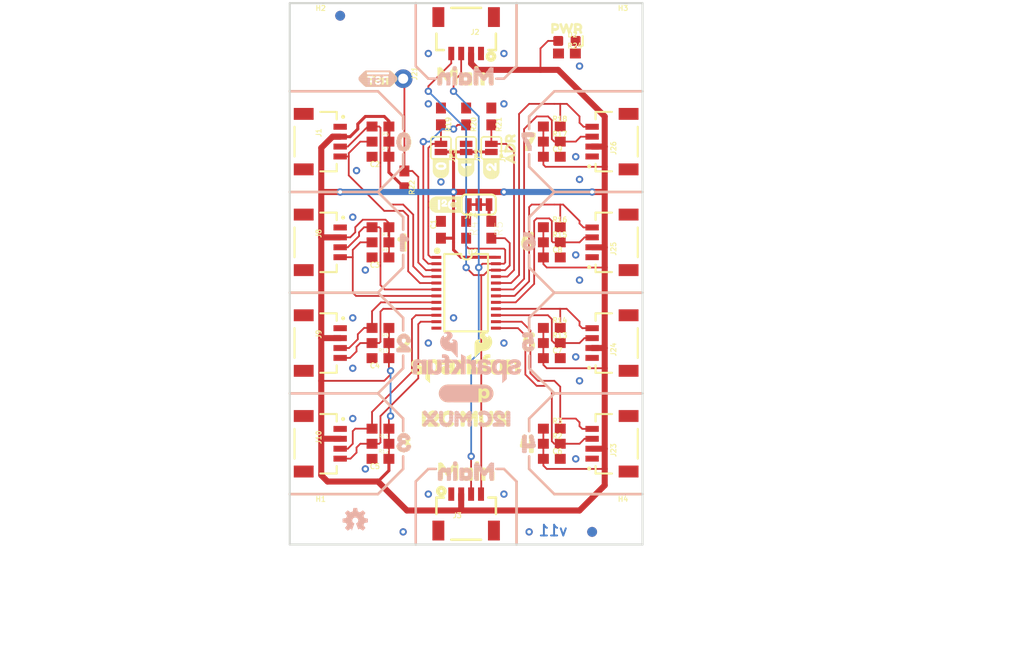
<source format=kicad_pcb>
(kicad_pcb (version 20211014) (generator pcbnew)
  (layers (0 "F.Cu" signal) (31 "B.Cu" signal) (34 "B.Paste" user) (35 "F.Paste" user) (36 "B.SilkS" user "B.Silkscreen") (37 "F.SilkS" user "F.Silkscreen") (38 "B.Mask" user) (39 "F.Mask" user) (44 "Edge.Cuts" user))
  (net 0 "")
  (net 1 "GND")
  (net 2 "3.3V")
  (net 3 "MAIN_SDA")
  (net 4 "MAIN_SCL")
  (net 5 "SDA0")
  (net 6 "SCL0")
  (net 7 "SDA1")
  (net 8 "SCL1")
  (net 9 "SDA3")
  (net 10 "SCL3")
  (net 11 "ADR1")
  (net 12 "ADR0")
  (net 13 "ADR2")
  (net 14 "SDA4")
  (net 15 "SCL4")
  (net 16 "SDA5")
  (net 17 "SCL5")
  (net 18 "SDA7")
  (net 19 "SCL6")
  (net 20 "~{RST}")
  (net 21 "SCL7")
  (net 22 "SDA6")
  (net 23 "SCL2")
  (net 24 "SDA2")
  (net 25 "N$1")
  (net 26 "N$2")
  (net 27 "N$3")
  (footprint "boardEagle:JST04_1MM_RA" (layer "F.Cu") (at 161.200318 101.828719 90)
    (fp_text reference "J25")
    (fp_text value "QWIIC_RIGHT_ANGLE")
  )
  (footprint "boardEagle:00" (layer "F.Cu") (at 139.6111 91.6686)
    (fp_text reference "U$6" hide)
    (fp_text value "" hide)
  )
  (footprint "boardEagle:SMT-JUMPER_2_NO_SILK" (layer "F.Cu") (at 145.961218 92.304382 -90)
    (fp_text reference "JP3")
    (fp_text value "JUMPER-SMT_2_NO_SILK")
  )
  (footprint "boardEagle:0603" (layer "F.Cu") (at 157.1371 123.6726)
    (fp_text reference "C6")
    (fp_text value "1.0uF")
  )
  (footprint "boardEagle:0603" (layer "F.Cu") (at 157.136981 90.143819)
    (fp_text reference "R18")
    (fp_text value "4.7k")
  )
  (footprint "boardEagle:0603" (layer "F.Cu") (at 139.865218 103.353382 180)
    (fp_text reference "C3")
    (fp_text value "1.0uF")
  )
  (footprint "boardEagle:CREATIVE_COMMONS" (layer "F.Cu") (at 121.8311 141.1986)
    (fp_text reference "FRAME1" hide)
    (fp_text value "FRAME-LETTER" hide)
  )
  (footprint "boardEagle:22" (layer "F.Cu") (at 139.6111 111.9886)
    (fp_text reference "U$8" hide)
    (fp_text value "" hide)
  )
  (footprint "boardEagle:44" (layer "F.Cu") (at 152.3111 122.1486)
    (fp_text reference "U$10" hide)
    (fp_text value "" hide)
  )
  (footprint "boardEagle:TSSOP28" (layer "F.Cu") (at 148.501218 106.909382)
    (fp_text reference "U2")
    (fp_text value "PCA9548A")
  )
  (footprint "boardEagle:JST04_1MM_RA" (layer "F.Cu") (at 161.200318 122.148719 90)
    (fp_text reference "J23")
    (fp_text value "QWIIC_RIGHT_ANGLE")
  )
  (footprint "boardEagle:FIDUCIAL-1X2" (layer "F.Cu") (at 135.8011 78.9686 180)
    (fp_text reference "FD1" hide)
    (fp_text value "FIDUCIAL1X2" hide)
  )
  (footprint "boardEagle:0603" (layer "F.Cu") (at 139.865218 123.673382 180)
    (fp_text reference "C5")
    (fp_text value "1.0uF")
  )
  (footprint "boardEagle:0603" (layer "F.Cu") (at 148.501218 89.129382 -90)
    (fp_text reference "R20")
    (fp_text value "10k")
  )
  (footprint "boardEagle:STAND-OFF" (layer "F.Cu") (at 163.7411 129.7686)
    (fp_text reference "H4")
    (fp_text value "STAND-OFF")
  )
  (footprint "boardEagle:JST04_1MM_RA" (layer "F.Cu") (at 135.801218 122.149382 -90)
    (fp_text reference "J10")
    (fp_text value "QWIIC_RIGHT_ANGLE")
  )
  (footprint "boardEagle:REVISION" (layer "F.Cu") (at 133.2611 143.7386)
    (fp_text reference "LOGO2" hide)
    (fp_text value "REVISION" hide)
  )
  (footprint "boardEagle:ADR3" (layer "F.Cu") (at 152.9461 94.8436 90)
    (fp_text reference "U$34" hide)
    (fp_text value "" hide)
  )
  (footprint "boardEagle:LED-0603" (layer "F.Cu") (at 158.6611 81.5086)
    (fp_text reference "D2")
    (fp_text value "RED")
  )
  (footprint "boardEagle:JST04_1MM_RA" (layer "F.Cu") (at 161.200318 111.988719 90)
    (fp_text reference "J24")
    (fp_text value "QWIIC_RIGHT_ANGLE")
  )
  (footprint "boardEagle:1X01_NO_SILK" (layer "F.Cu") (at 142.151218 85.319382 -90)
    (fp_text reference "J21")
    (fp_text value "")
  )
  (footprint "boardEagle:0603" (layer "F.Cu") (at 139.865218 110.465382 180)
    (fp_text reference "R9")
    (fp_text value "4.7k")
  )
  (footprint "boardEagle:MAIN0" (layer "F.Cu") (at 143.9291 85.0646)
    (fp_text reference "U$16" hide)
    (fp_text value "" hide)
  )
  (footprint "boardEagle:0603" (layer "F.Cu") (at 157.1371 93.1926)
    (fp_text reference "C9")
    (fp_text value "1.0uF")
  )
  (footprint "boardEagle:SMT-JUMPER_2_NO_SILK" (layer "F.Cu") (at 148.501218 92.304382 -90)
    (fp_text reference "JP2")
    (fp_text value "JUMPER-SMT_2_NO_SILK")
  )
  (footprint "boardEagle:0603" (layer "F.Cu") (at 139.865218 120.625382 180)
    (fp_text reference "R11")
    (fp_text value "4.7k")
  )
  (footprint "boardEagle:0603" (layer "F.Cu") (at 157.136981 120.623819)
    (fp_text reference "R3")
    (fp_text value "4.7k")
  )
  (footprint "boardEagle:1X04_1MM_RA" (layer "F.Cu") (at 148.5011 127.2286)
    (fp_text reference "J3")
    (fp_text value "SMD")
  )
  (footprint "boardEagle:0603" (layer "F.Cu") (at 139.865218 91.669382 180)
    (fp_text reference "R7")
    (fp_text value "4.7k")
  )
  (footprint "boardEagle:0603" (layer "F.Cu") (at 151.041218 100.559382 -90)
    (fp_text reference "R5")
    (fp_text value "4.7k")
  )
  (footprint "boardEagle:0603" (layer "F.Cu") (at 151.041218 89.129382 -90)
    (fp_text reference "R21")
    (fp_text value "10k")
  )
  (footprint "boardEagle:STAND-OFF" (layer "F.Cu") (at 133.2611 80.2386)
    (fp_text reference "H2")
    (fp_text value "STAND-OFF" hide)
  )
  (footprint "boardEagle:SFE_LOGO_NAME_FLAME_.1" (layer "F.Cu") (at 148.5011 114.5286)
    (fp_text reference "U$1" hide)
    (fp_text value "SFE_LOGO_NAME_FLAME.1_INCH" hide)
  )
  (footprint "boardEagle:61" (layer "F.Cu") (at 152.4381 101.7016)
    (fp_text reference "U$17" hide)
    (fp_text value "" hide)
  )
  (footprint "boardEagle:I2C_MUX8" (layer "F.Cu") (at 142.6591 119.6086)
    (fp_text reference "U$15" hide)
    (fp_text value "" hide)
  )
  (footprint "boardEagle:I#C6" (layer "F.Cu") (at 144.6911 98.0186)
    (fp_text reference "U$35" hide)
    (fp_text value "" hide)
  )
  (footprint "boardEagle:0603" (layer "F.Cu") (at 157.1371 113.5126)
    (fp_text reference "C7")
    (fp_text value "1.0uF")
  )
  (footprint "boardEagle:0603" (layer "F.Cu") (at 139.865218 122.149382 180)
    (fp_text reference "R12")
    (fp_text value "4.7k")
  )
  (footprint "boardEagle:77" (layer "F.Cu") (at 152.5651 91.6686)
    (fp_text reference "U$13" hide)
    (fp_text value "" hide)
  )
  (footprint "boardEagle:0603" (layer "F.Cu") (at 157.136981 91.667819)
    (fp_text reference "R17")
    (fp_text value "4.7k")
  )
  (footprint "boardEagle:0603" (layer "F.Cu") (at 139.865218 90.145382 180)
    (fp_text reference "R6")
    (fp_text value "4.7k")
  )
  (footprint "boardEagle:0603" (layer "F.Cu") (at 148.501218 100.559382 -90)
    (fp_text reference "R4")
    (fp_text value "4.7k")
  )
  (footprint "boardEagle:0603" (layer "F.Cu") (at 145.961218 89.129382 -90)
    (fp_text reference "R19")
    (fp_text value "10k")
  )
  (footprint "boardEagle:PWR_TO" (layer "F.Cu") (at 156.1211 80.2386)
    (fp_text reference "U$31" hide)
    (fp_text value "" hide)
  )
  (footprint "boardEagle:26" (layer "F.Cu") (at 151.0411 95.7326 90)
    (fp_text reference "U$33" hide)
    (fp_text value "" hide)
  )
  (footprint "boardEagle:0603" (layer "F.Cu") (at 139.865218 113.513382 180)
    (fp_text reference "C4")
    (fp_text value "1.0uF")
  )
  (footprint "boardEagle:0603" (layer "F.Cu") (at 139.865218 101.829382 180)
    (fp_text reference "R8")
    (fp_text value "4.7k")
  )
  (footprint "boardEagle:0603" (layer "F.Cu") (at 145.961218 100.559382 90)
    (fp_text reference "C1")
    (fp_text value "0.1uF")
  )
  (footprint "boardEagle:0603" (layer "F.Cu") (at 139.865218 93.193382 180)
    (fp_text reference "C2")
    (fp_text value "1.0uF")
  )
  (footprint "boardEagle:04" (layer "F.Cu") (at 145.9611 95.4786 90)
    (fp_text reference "U$5" hide)
    (fp_text value "" hide)
  )
  (footprint "boardEagle:JST04_1MM_RA" (layer "F.Cu") (at 161.200318 91.668719 90)
    (fp_text reference "J26")
    (fp_text value "QWIIC_RIGHT_ANGLE")
  )
  (footprint "boardEagle:1X04_1MM_RA" (layer "F.Cu") (at 148.5011 82.7786 180)
    (fp_text reference "J2")
    (fp_text value "SMD" hide)
  )
  (footprint "boardEagle:33" (layer "F.Cu") (at 139.8651 122.0216)
    (fp_text reference "U$9" hide)
    (fp_text value "" hide)
  )
  (footprint "boardEagle:0603" (layer "F.Cu") (at 157.136981 101.827819)
    (fp_text reference "R15")
    (fp_text value "4.7k")
  )
  (footprint "boardEagle:0603" (layer "F.Cu") (at 139.865218 111.989382 180)
    (fp_text reference "R10")
    (fp_text value "4.7k")
  )
  (footprint "boardEagle:0603" (layer "F.Cu") (at 157.136981 111.987819)
    (fp_text reference "R13")
    (fp_text value "4.7k")
  )
  (footprint "boardEagle:SMT-JUMPER_3_2-NC_TRACE_SILK" (layer "F.Cu") (at 149.7711 98.0186 180)
    (fp_text reference "JP4")
    (fp_text value "JUMPER-SMT_3_2-NC_TRACE_SILK")
  )
  (footprint "boardEagle:STAND-OFF" (layer "F.Cu") (at 133.2611 129.7686)
    (fp_text reference "H1")
    (fp_text value "STAND-OFF")
  )
  (footprint "boardEagle:MAIN0" (layer "F.Cu") (at 144.0053 124.9426)
    (fp_text reference "U$27" hide)
    (fp_text value "" hide)
  )
  (footprint "boardEagle:!RST_I" (layer "F.Cu") (at 137.4521 85.3186)
    (fp_text reference "U$14" hide)
    (fp_text value "" hide)
  )
  (footprint "boardEagle:JST04_1MM_RA" (layer "F.Cu") (at 135.801218 101.829382 -90)
    (fp_text reference "J8")
    (fp_text value "QWIIC_RIGHT_ANGLE")
  )
  (footprint "boardEagle:FIDUCIAL-1X2" (layer "F.Cu") (at 161.2011 131.0386 180)
    (fp_text reference "FD2" hide)
    (fp_text value "FIDUCIAL1X2" hide)
  )
  (footprint "boardEagle:0603" (layer "F.Cu") (at 157.136981 122.147819)
    (fp_text reference "R2")
    (fp_text value "4.7k")
  )
  (footprint "boardEagle:15" (layer "F.Cu") (at 148.5011 95.4786 90)
    (fp_text reference "U$32" hide)
    (fp_text value "" hide)
  )
  (footprint "boardEagle:STAND-OFF" (layer "F.Cu") (at 163.7411 80.2386)
    (fp_text reference "H3")
    (fp_text value "STAND-OFF" hide)
  )
  (footprint "boardEagle:55" (layer "F.Cu") (at 152.5651 111.8616)
    (fp_text reference "U$11" hide)
    (fp_text value "" hide)
  )
  (footprint "boardEagle:0603" (layer "F.Cu") (at 157.136981 110.463819)
    (fp_text reference "R14")
    (fp_text value "4.7k")
  )
  (footprint "boardEagle:11" (layer "F.Cu") (at 139.6111 101.8286)
    (fp_text reference "U$7" hide)
    (fp_text value "" hide)
  )
  (footprint "boardEagle:0603" (layer "F.Cu") (at 157.1371 103.3526)
    (fp_text reference "C8")
    (fp_text value "1.0uF")
  )
  (footprint "boardEagle:JST04_1MM_RA" (layer "F.Cu") (at 135.801218 91.669382 -90)
    (fp_text reference "J1")
    (fp_text value "QWIIC_RIGHT_ANGLE" hide)
  )
  (footprint "boardEagle:JST04_1MM_RA" (layer "F.Cu") (at 135.801218 111.989382 -90)
    (fp_text reference "J9")
    (fp_text value "QWIIC_RIGHT_ANGLE")
  )
  (footprint "boardEagle:0603" (layer "F.Cu") (at 139.865218 100.305382 180)
    (fp_text reference "R1")
    (fp_text value "4.7k")
  )
  (footprint "boardEagle:SMT-JUMPER_2_NO_SILK" (layer "F.Cu") (at 151.041218 92.304382 -90)
    (fp_text reference "JP1")
    (fp_text value "JUMPER-SMT_2_NO_SILK")
  )
  (footprint "boardEagle:QWIIC_5.5MM" (layer "F.Cu") (at 148.5011 117.0686)
    (fp_text reference "U$4" hide)
    (fp_text value "" hide)
  )
  (footprint "boardEagle:0603" (layer "F.Cu") (at 157.136981 100.303819)
    (fp_text reference "R16")
    (fp_text value "4.7k")
  )
  (footprint "boardEagle:0603" (layer "F.Cu") (at 142.278218 95.479382 -90)
    (fp_text reference "R22")
    (fp_text value "10k")
  )
  (footprint "boardEagle:0603" (layer "F.Cu") (at 158.6611 82.7786)
    (fp_text reference "R24")
    (fp_text value "1k")
  )
  (footprint "boardEagle:77" (layer "B.Cu") (at 157.0101 91.6686 180)
    (fp_text reference "U$24" hide)
    (fp_text value "" hide)
  )
  (footprint "boardEagle:33" (layer "B.Cu") (at 144.5641 122.0216 180)
    (fp_text reference "U$20" hide)
    (fp_text value "" hide)
  )
  (footprint "boardEagle:55" (layer "B.Cu") (at 157.0101 111.8616 180)
    (fp_text reference "U$22" hide)
    (fp_text value "" hide)
  )
  (footprint "boardEagle:QWIIC_5.5MM" (layer "B.Cu") (at 148.5011 117.0686 180)
    (fp_text reference "U$36" hide)
    (fp_text value "" hide)
  )
  (footprint "boardEagle:00" (layer "B.Cu") (at 144.8181 91.6686 180)
    (fp_text reference "U$12" hide)
    (fp_text value "" hide)
  )
  (footprint "boardEagle:61" (layer "B.Cu") (at 157.1371 101.7016 180)
    (fp_text reference "U$23" hide)
    (fp_text value "" hide)
  )
  (footprint "boardEagle:!RST_I" (layer "B.Cu") (at 141.7701 85.3186 180)
    (fp_text reference "U$26" hide)
    (fp_text value "" hide)
  )
  (footprint "boardEagle:MAIN0" (layer "B.Cu") (at 152.9969 124.9426 180)
    (fp_text reference "U$28" hide)
    (fp_text value "" hide)
  )
  (footprint "boardEagle:11" (layer "B.Cu") (at 144.6911 101.8286 180)
    (fp_text reference "U$18" hide)
    (fp_text value "" hide)
  )
  (footprint "boardEagle:44" (layer "B.Cu") (at 157.1371 122.1486 180)
    (fp_text reference "U$21" hide)
    (fp_text value "" hide)
  )
  (footprint "boardEagle:FIDUCIAL-1X2" (layer "B.Cu") (at 161.2011 131.0386 180)
    (fp_text reference "FD3" hide)
    (fp_text value "FIDUCIAL1X2" hide)
  )
  (footprint "boardEagle:SFE_LOGO_NAME_FLAME_.1" (layer "B.Cu") (at 148.5011 114.5286 180)
    (fp_text reference "U$2" hide)
    (fp_text value "SFE_LOGO_NAME_FLAME.1_INCH" hide)
  )
  (footprint "boardEagle:MAIN0" (layer "B.Cu") (at 152.9461 85.0646 180)
    (fp_text reference "U$25" hide)
    (fp_text value "" hide)
  )
  (footprint "boardEagle:22" (layer "B.Cu") (at 144.8181 111.9886 180)
    (fp_text reference "U$19" hide)
    (fp_text value "" hide)
  )
  (footprint "boardEagle:I2C_MUX8" (layer "B.Cu") (at 154.3431 119.6086 180)
    (fp_text reference "U$3" hide)
    (fp_text value "" hide)
  )
  (footprint "boardEagle:OSHW-LOGO-MINI" (layer "B.Cu") (at 137.3211 129.8786 180)
    (fp_text reference "LOGO1" hide)
    (fp_text value "OSHW-LOGOMINI" hide)
  )
  (footprint "boardEagle:FIDUCIAL-1X2" (layer "B.Cu") (at 135.8011 78.9686 180)
    (fp_text reference "FD4" hide)
    (fp_text value "FIDUCIAL1X2" hide)
  )
  (gr_line (start 154.8511 103.0986) (end 154.8511 104.3686) (layer "B.SilkS") (width 0.254))
  (gr_line (start 139.6111 106.9086) (end 130.7211 106.9086) (layer "B.SilkS") (width 0.254))
  (gr_line (start 153.5811 84.0486) (end 153.5811 77.6986) (layer "B.SilkS") (width 0.254))
  (gr_line (start 157.3911 127.2286) (end 166.2811 127.2286) (layer "B.SilkS") (width 0.254))
  (gr_line (start 154.8511 119.6086) (end 157.3911 117.0686) (layer "B.SilkS") (width 0.254))
  (gr_line (start 154.8511 99.2886) (end 154.8511 100.5586) (layer "B.SilkS") (width 0.254))
  (gr_line (start 154.8511 124.6886) (end 157.3911 127.2286) (layer "B.SilkS") (width 0.254))
  (gr_line (start 139.6111 106.9086) (end 142.1511 104.3686) (layer "B.SilkS") (width 0.254))
  (gr_line (start 157.3911 117.0686) (end 166.2811 117.0686) (layer "B.SilkS") (width 0.254))
  (gr_line (start 139.6111 86.5886) (end 130.7211 86.5886) (layer "B.SilkS") (width 0.254))
  (gr_line (start 152.3111 85.3186) (end 153.5811 84.0486) (layer "B.SilkS") (width 0.254))
  (gr_line (start 142.1511 100.5586) (end 142.1511 99.2886) (layer "B.SilkS") (width 0.254))
  (gr_line (start 142.1511 94.2086) (end 142.1511 92.9386) (layer "B.SilkS") (width 0.254))
  (gr_line (start 154.8511 124.6886) (end 154.8511 123.4186) (layer "B.SilkS") (width 0.254))
  (gr_line (start 142.1511 89.1286) (end 139.6111 86.5886) (layer "B.SilkS") (width 0.254))
  (gr_line (start 142.1511 104.3686) (end 142.1511 103.0986) (layer "B.SilkS") (width 0.254))
  (gr_line (start 139.6111 117.0686) (end 142.1511 119.6086) (layer "B.SilkS") (width 0.254))
  (gr_line (start 142.1511 119.6086) (end 142.1511 120.8786) (layer "B.SilkS") (width 0.254))
  (gr_line (start 142.1511 110.7186) (end 142.1511 109.4486) (layer "B.SilkS") (width 0.254))
  (gr_line (start 153.5811 125.9586) (end 153.5811 132.3086) (layer "B.SilkS") (width 0.254))
  (gr_line (start 144.6911 124.6886) (end 143.4211 125.9586) (layer "B.SilkS") (width 0.254))
  (gr_line (start 143.4211 84.0486) (end 143.4211 77.6986) (layer "B.SilkS") (width 0.254))
  (gr_line (start 130.7211 117.0686) (end 139.6111 117.0686) (layer "B.SilkS") (width 0.254))
  (gr_line (start 154.8511 114.5286) (end 157.3911 117.0686) (layer "B.SilkS") (width 0.254))
  (gr_line (start 143.4211 125.9586) (end 143.4211 132.3086) (layer "B.SilkS") (width 0.254))
  (gr_line (start 142.1511 114.5286) (end 142.1511 113.2586) (layer "B.SilkS") (width 0.254))
  (gr_line (start 139.6111 117.0686) (end 142.1511 114.5286) (layer "B.SilkS") (width 0.254))
  (gr_line (start 142.1511 124.6886) (end 139.6111 127.2286) (layer "B.SilkS") (width 0.254))
  (gr_line (start 139.6111 96.7486) (end 130.7211 96.7486) (layer "B.SilkS") (width 0.254))
  (gr_line (start 152.3111 124.6886) (end 153.5811 125.9586) (layer "B.SilkS") (width 0.254))
  (gr_line (start 157.3911 106.9086) (end 166.2811 106.9086) (layer "B.SilkS") (width 0.254))
  (gr_line (start 144.6911 124.6886) (end 145.4531 124.6886) (layer "B.SilkS") (width 0.254))
  (gr_line (start 151.5491 124.6886) (end 152.3111 124.6886) (layer "B.SilkS") (width 0.254))
  (gr_line (start 154.8511 89.1286) (end 157.3911 86.5886) (layer "B.SilkS") (width 0.254))
  (gr_line (start 154.8511 94.2086) (end 157.3911 96.7486) (layer "B.SilkS") (width 0.254))
  (gr_line (start 145.4531 85.3186) (end 144.6911 85.3186) (layer "B.SilkS") (width 0.254))
  (gr_line (start 154.8511 90.3986) (end 154.8511 89.1286) (layer "B.SilkS") (width 0.254))
  (gr_line (start 154.8511 104.3686) (end 157.3911 106.9086) (layer "B.SilkS") (width 0.254))
  (gr_line (start 142.1511 90.3986) (end 142.1511 89.1286) (layer "B.SilkS") (width 0.254))
  (gr_line (start 157.3911 96.7486) (end 166.2811 96.7486) (layer "B.SilkS") (width 0.254))
  (gr_line (start 154.8511 109.4486) (end 157.3911 106.9086) (layer "B.SilkS") (width 0.254))
  (gr_line (start 154.8511 119.6086) (end 154.8511 120.8786) (layer "B.SilkS") (width 0.254))
  (gr_line (start 157.3911 96.7486) (end 154.8511 99.2886) (layer "B.SilkS") (width 0.254))
  (gr_line (start 154.8511 109.4486) (end 154.8511 110.7186) (layer "B.SilkS") (width 0.254))
  (gr_line (start 144.6911 85.3186) (end 143.4211 84.0486) (layer "B.SilkS") (width 0.254))
  (gr_line (start 152.3111 85.3186) (end 151.5491 85.3186) (layer "B.SilkS") (width 0.254))
  (gr_line (start 142.1511 109.4486) (end 139.6111 106.9086) (layer "B.SilkS") (width 0.254))
  (gr_line (start 142.1511 123.4186) (end 142.1511 124.6886) (layer "B.SilkS") (width 0.254))
  (gr_line (start 157.3911 86.5886) (end 166.2811 86.5886) (layer "B.SilkS") (width 0.254))
  (gr_line (start 142.1511 99.2886) (end 139.6111 96.7486) (layer "B.SilkS") (width 0.254))
  (gr_line (start 154.8511 92.9386) (end 154.8511 94.2086) (layer "B.SilkS") (width 0.254))
  (gr_line (start 139.6111 96.7486) (end 142.1511 94.2086) (layer "B.SilkS") (width 0.254))
  (gr_line (start 154.8511 113.2586) (end 154.8511 114.5286) (layer "B.SilkS") (width 0.254))
  (gr_line (start 139.6111 127.2286) (end 130.7211 127.2286) (layer "B.SilkS") (width 0.254))
  (gr_line (start 154.8511 104.3686) (end 157.3911 106.9086) (layer "F.SilkS") (width 0.254))
  (gr_line (start 154.8511 90.3986) (end 154.8511 89.1286) (layer "F.SilkS") (width 0.254))
  (gr_line (start 154.8511 124.6886) (end 157.3911 127.2286) (layer "F.SilkS") (width 0.254))
  (gr_line (start 154.8511 123.4186) (end 154.8511 124.6886) (layer "F.SilkS") (width 0.254))
  (gr_line (start 154.8511 114.5286) (end 157.3911 117.0686) (layer "F.SilkS") (width 0.254))
  (gr_line (start 142.1511 100.5586) (end 142.1511 99.2886) (layer "F.SilkS") (width 0.254))
  (gr_line (start 153.5811 84.0486) (end 153.5811 77.6986) (layer "F.SilkS") (width 0.254))
  (gr_line (start 142.1511 92.9386) (end 142.1511 94.2086) (layer "F.SilkS") (width 0.254))
  (gr_line (start 142.1511 120.8786) (end 142.1511 119.6086) (layer "F.SilkS") (width 0.254))
  (gr_line (start 154.8511 92.9386) (end 154.8511 94.2086) (layer "F.SilkS") (width 0.254))
  (gr_line (start 139.6111 106.9086) (end 130.7211 106.9086) (layer "F.SilkS") (width 0.254))
  (gr_line (start 142.1511 114.5286) (end 142.1511 113.2586) (layer "F.SilkS") (width 0.254))
  (gr_line (start 142.1511 89.1286) (end 139.6111 86.5886) (layer "F.SilkS") (width 0.254))
  (gr_line (start 142.1511 103.0986) (end 142.1511 104.3686) (layer "F.SilkS") (width 0.254))
  (gr_line (start 144.6911 85.3186) (end 143.4211 84.0486) (layer "F.SilkS") (width 0.254))
  (gr_line (start 157.3911 127.2286) (end 166.2811 127.2286) (layer "F.SilkS") (width 0.254))
  (gr_line (start 139.6111 117.0686) (end 142.1511 114.5286) (layer "F.SilkS") (width 0.254))
  (gr_line (start 154.8511 120.8786) (end 154.8511 119.6086) (layer "F.SilkS") (width 0.254))
  (gr_line (start 142.1511 99.2886) (end 139.6111 96.7486) (layer "F.SilkS") (width 0.254))
  (gr_line (start 143.4211 84.0486) (end 143.4211 77.6986) (layer "F.SilkS") (width 0.254))
  (gr_line (start 144.6911 85.3186) (end 145.4531 85.3186) (layer "F.SilkS") (width 0.254))
  (gr_line (start 142.1511 90.3986) (end 142.1511 89.1286) (layer "F.SilkS") (width 0.254))
  (gr_line (start 154.8511 94.2086) (end 157.3911 96.7486) (layer "F.SilkS") (width 0.254))
  (gr_line (start 139.6111 127.2286) (end 130.7211 127.2286) (layer "F.SilkS") (width 0.254))
  (gr_line (start 154.8511 103.0986) (end 154.8511 104.3686) (layer "F.SilkS") (width 0.254))
  (gr_line (start 142.1511 119.6086) (end 139.6111 117.0686) (layer "F.SilkS") (width 0.254))
  (gr_line (start 139.6111 117.0686) (end 130.7211 117.0686) (layer "F.SilkS") (width 0.254))
  (gr_line (start 142.1511 104.3686) (end 139.6111 106.9086) (layer "F.SilkS") (width 0.254))
  (gr_line (start 157.3911 96.7486) (end 166.2811 96.7486) (layer "F.SilkS") (width 0.254))
  (gr_line (start 154.8511 119.6086) (end 157.3911 117.0686) (layer "F.SilkS") (width 0.254))
  (gr_line (start 154.8511 110.7186) (end 154.8511 109.4486) (layer "F.SilkS") (width 0.254))
  (gr_line (start 152.3111 124.6886) (end 151.5491 124.6886) (layer "F.SilkS") (width 0.254))
  (gr_line (start 143.4211 125.9586) (end 143.4211 132.3086) (layer "F.SilkS") (width 0.254))
  (gr_line (start 145.4531 124.6886) (end 144.6911 124.6886) (layer "F.SilkS") (width 0.254))
  (gr_line (start 154.8511 99.2886) (end 157.3911 96.7486) (layer "F.SilkS") (width 0.254))
  (gr_line (start 139.6111 86.5886) (end 130.7211 86.5886) (layer "F.SilkS") (width 0.254))
  (gr_line (start 144.6911 124.6886) (end 143.4211 125.9586) (layer "F.SilkS") (width 0.254))
  (gr_line (start 157.3911 86.5886) (end 166.2811 86.5886) (layer "F.SilkS") (width 0.254))
  (gr_line (start 154.8511 109.4486) (end 157.3911 106.9086) (layer "F.SilkS") (width 0.254))
  (gr_line (start 157.3911 117.0686) (end 166.2811 117.0686) (layer "F.SilkS") (width 0.254))
  (gr_line (start 142.1511 123.4186) (end 142.1511 124.6886) (layer "F.SilkS") (width 0.254))
  (gr_line (start 154.8511 113.2586) (end 154.8511 114.5286) (layer "F.SilkS") (width 0.254))
  (gr_line (start 142.1511 110.7186) (end 142.1511 109.4486) (layer "F.SilkS") (width 0.254))
  (gr_line (start 142.1511 109.4486) (end 139.6111 106.9086) (layer "F.SilkS") (width 0.254))
  (gr_line (start 157.3911 106.9086) (end 166.2811 106.9086) (layer "F.SilkS") (width 0.254))
  (gr_line (start 154.8511 89.1286) (end 157.3911 86.5886) (layer "F.SilkS") (width 0.254))
  (gr_line (start 142.1511 124.6886) (end 139.6111 127.2286) (layer "F.SilkS") (width 0.254))
  (gr_line (start 151.5491 85.3186) (end 152.3111 85.3186) (layer "F.SilkS") (width 0.254))
  (gr_line (start 139.6111 96.7486) (end 130.7211 96.7486) (layer "F.SilkS") (width 0.254))
  (gr_line (start 142.1511 94.2086) (end 139.6111 96.7486) (layer "F.SilkS") (width 0.254))
  (gr_line (start 152.3111 124.6886) (end 153.5811 125.9586) (layer "F.SilkS") (width 0.254))
  (gr_line (start 153.5811 125.9586) (end 153.5811 132.3086) (layer "F.SilkS") (width 0.254))
  (gr_line (start 152.3111 85.3186) (end 153.5811 84.0486) (layer "F.SilkS") (width 0.254))
  (gr_line (start 154.8511 100.5586) (end 154.8511 99.2886) (layer "F.SilkS") (width 0.254))
  (gr_line (start 166.2811 77.6986) (end 130.7211 77.6986) (layer "Edge.Cuts") (width 0.2032))
  (gr_line (start 166.2811 132.3086) (end 166.2811 77.6986) (layer "Edge.Cuts") (width 0.2032))
  (gr_line (start 166.2811 132.3086) (end 130.7211 132.3086) (layer "Edge.Cuts") (width 0.2032))
  (gr_line (start 130.7211 77.6986) (end 130.7211 132.3086) (layer "Edge.Cuts") (width 0.2032))
  (gr_text "v11" (at 157.2641 130.9116) (layer "B.Cu") (effects (font (size 1.0795 1.0795) (thickness 0.1905)) (justify mirror)))
  (via (at 144.6911 127.2286) (size 0.7366) (drill 0.381) (layers "F.Cu" "B.Cu") (net 1))
  (via (at 152.3111 127.2286) (size 0.7366) (drill 0.381) (layers "F.Cu" "B.Cu") (net 1))
  (via (at 145.9611 95.7326) (size 0.7366) (drill 0.381) (layers "F.Cu" "B.Cu") (net 1))
  (via (at 142.1511 131.0386) (size 0.7366) (drill 0.381) (layers "F.Cu" "B.Cu") (net 1))
  (via (at 152.3111 111.9886) (size 0.7366) (drill 0.381) (layers "F.Cu" "B.Cu") (net 1))
  (via (at 137.071218 99.289382) (size 0.7366) (drill 0.381) (layers "F.Cu" "B.Cu") (net 1))
  (via (at 137.071218 119.609382) (size 0.7366) (drill 0.381) (layers "F.Cu" "B.Cu") (net 1))
  (via (at 138.341218 124.689382) (size 0.7366) (drill 0.381) (layers "F.Cu" "B.Cu") (net 1))
  (via (at 159.550218 113.386382) (size 0.7366) (drill 0.381) (layers "F.Cu" "B.Cu") (net 1))
  (via (at 137.071218 114.529382) (size 0.7366) (drill 0.381) (layers "F.Cu" "B.Cu") (net 1))
  (via (at 137.071218 109.449382) (size 0.7366) (drill 0.381) (layers "F.Cu" "B.Cu") (net 1))
  (via (at 159.5501 103.0986) (size 0.7366) (drill 0.381) (layers "F.Cu" "B.Cu") (net 1))
  (via (at 144.6911 82.7786) (size 0.7366) (drill 0.381) (layers "F.Cu" "B.Cu") (net 1))
  (via (at 159.9311 115.7986) (size 0.7366) (drill 0.381) (layers "F.Cu" "B.Cu") (net 1))
  (via (at 159.550218 123.673382) (size 0.7366) (drill 0.381) (layers "F.Cu" "B.Cu") (net 1))
  (via (at 152.3111 87.8586) (size 0.7366) (drill 0.381) (layers "F.Cu" "B.Cu") (net 1))
  (via (at 152.3111 82.7786) (size 0.7366) (drill 0.381) (layers "F.Cu" "B.Cu") (net 1))
  (via (at 138.341218 104.623382) (size 0.7366) (drill 0.381) (layers "F.Cu" "B.Cu") (net 1))
  (via (at 144.6911 111.9886) (size 0.7366) (drill 0.381) (layers "F.Cu" "B.Cu") (net 1))
  (via (at 159.9311 95.4786) (size 0.7366) (drill 0.381) (layers "F.Cu" "B.Cu") (net 1))
  (via (at 137.452218 94.590382) (size 0.7366) (drill 0.381) (layers "F.Cu" "B.Cu") (net 1))
  (via (at 159.9311 84.0486) (size 0.7366) (drill 0.381) (layers "F.Cu" "B.Cu") (net 1))
  (via (at 144.6911 87.8586) (size 0.7366) (drill 0.381) (layers "F.Cu" "B.Cu") (net 1))
  (via (at 147.2311 109.4486) (size 0.7366) (drill 0.381) (layers "F.Cu" "B.Cu") (net 1))
  (via (at 159.9311 105.6386) (size 0.7366) (drill 0.381) (layers "F.Cu" "B.Cu") (net 1))
  (via (at 159.5501 93.1926) (size 0.7366) (drill 0.381) (layers "F.Cu" "B.Cu") (net 1))
  (via (at 154.8511 131.0386) (size 0.7366) (drill 0.381) (layers "F.Cu" "B.Cu") (net 1))
  (segment (start 155.9941 82.2706) (end 155.9941 84.4296) (width 0.1778) (layer "F.Cu") (net 2))
  (segment (start 147.974881 103.334382) (end 147.2311 102.5906) (width 0.3048) (layer "F.Cu") (net 2))
  (segment (start 156.286981 93.993482) (end 156.286981 93.1926) (width 0.1778) (layer "F.Cu") (net 2))
  (segment (start 139.6111 125.9586) (end 134.5311 125.9586) (width 0.6096) (layer "F.Cu") (net 2))
  (segment (start 140.8811 114.7826) (end 140.8811 115.1636) (width 0.1778) (layer "F.Cu") (net 2))
  (segment (start 133.8961 111.489382) (end 133.8961 115.7986) (width 0.6096) (layer "F.Cu") (net 2))
  (segment (start 156.2871 114.1866) (end 156.6291 114.5286) (width 0.1778) (layer "F.Cu") (net 2))
  (segment (start 162.4711 124.6886) (end 162.4711 122.648719) (width 0.6096) (layer "F.Cu") (net 2))
  (segment (start 145.961218 101.409382) (end 147.192881 101.409382) (width 0.3048) (layer "F.Cu") (net 2))
  (segment (start 140.715218 123.673382) (end 140.715218 124.854482) (width 0.3048) (layer "F.Cu") (net 2))
  (segment (start 147.231218 92.710782) (end 148.501218 92.710782) (width 0.3048) (layer "F.Cu") (net 2))
  (segment (start 156.286981 110.463819) (end 156.286981 111.987819) (width 0.1778) (layer "F.Cu") (net 2))
  (segment (start 140.3731 99.5426) (end 138.0871 99.5426) (width 0.1778) (layer "F.Cu") (net 2))
  (segment (start 162.4711 96.7486) (end 162.4711 94.2086) (width 0.6096) (layer "F.Cu") (net 2))
  (segment (start 140.715218 110.465382) (end 140.715218 111.989382) (width 0.1778) (layer "F.Cu") (net 2))
  (segment (start 136.8171 101.3206) (end 135.81 101.3206) (width 0.1778) (layer "F.Cu") (net 2))
  (segment (start 140.715218 93.193382) (end 140.715218 91.669382) (width 0.3048) (layer "F.Cu") (net 2))
  (segment (start 138.3411 89.1286) (end 137.5791 89.8906) (width 0.3048) (layer "F.Cu") (net 2))
  (segment (start 140.715218 93.193382) (end 140.715218 94.766382) (width 0.3048) (layer "F.Cu") (net 2))
  (segment (start 140.715218 124.854482) (end 139.6111 125.9586) (width 0.3048) (layer "F.Cu") (net 2))
  (segment (start 140.715218 111.989382) (end 140.715218 113.513382) (width 0.1778) (layer "F.Cu") (net 2))
  (segment (start 149.7711 98.0186) (end 149.7711 96.7486) (width 0.1778) (layer "F.Cu") (net 2))
  (segment (start 135.792437 121.6406) (end 135.801218 121.649382) (width 0.1778) (layer "F.Cu") (net 2))
  (segment (start 159.9311 128.8796) (end 147.9931 128.8796) (width 0.6096) (layer "F.Cu") (net 2))
  (segment (start 156.5021 94.2086) (end 162.4711 94.2086) (width 0.1778) (layer "F.Cu") (net 2))
  (segment (start 133.8961 121.6406) (end 135.792437 121.6406) (width 0.6096) (layer "F.Cu") (net 2))
  (segment (start 148.0011 127.2286) (end 148.0011 128.8716) (width 0.6096) (layer "F.Cu") (net 2))
  (segment (start 135.8011 96.7486) (end 133.8961 96.7486) (width 0.6096) (layer "F.Cu") (net 2))
  (segment (start 161.200318 122.648719) (end 162.4711 122.648719) (width 0.6096) (layer "F.Cu") (net 2))
  (segment (start 140.2461 89.1286) (end 138.3411 89.1286) (width 0.3048) (layer "F.Cu") (net 2))
  (segment (start 162.4711 126.3396) (end 159.9311 128.8796) (width 0.6096) (layer "F.Cu") (net 2))
  (segment (start 140.715218 120.625382) (end 140.715218 119.520482) (width 0.1778) (layer "F.Cu") (net 2))
  (segment (start 156.6291 104.3686) (end 162.4711 104.3686) (width 0.1778) (layer "F.Cu") (net 2))
  (segment (start 162.4711 122.648719) (end 162.4711 114.5286) (width 0.6096) (layer "F.Cu") (net 2))
  (segment (start 136.808318 91.169382) (end 135.801218 91.169382) (width 0.3048) (layer "F.Cu") (net 2))
  (segment (start 137.5791 89.8906) (end 137.5791 90.3986) (width 0.3048) (layer "F.Cu") (net 2))
  (segment (start 162.4711 104.3686) (end 162.4711 102.3366) (width 0.6096) (layer "F.Cu") (net 2))
  (segment (start 140.715218 119.520482) (end 140.8811 119.3546) (width 0.1778) (layer "F.Cu") (net 2))
  (segment (start 135.801218 111.489382) (end 133.8961 111.489382) (width 0.6096) (layer "F.Cu") (net 2))
  (segment (start 156.2871 124.3466) (end 156.6291 124.6886) (width 0.1778) (layer "F.Cu") (net 2))
  (segment (start 151.501218 103.334382) (end 147.974881 103.334382) (width 0.3048) (layer "F.Cu") (net 2))
  (segment (start 156.6291 114.5286) (end 162.4711 114.5286) (width 0.1778) (layer "F.Cu") (net 2))
  (segment (start 162.4711 102.3366) (end 162.4711 96.7486) (width 0.6096) (layer "F.Cu") (net 2))
  (segment (start 135.801218 101.329382) (end 133.8961 101.329382) (width 0.6096) (layer "F.Cu") (net 2))
  (segment (start 161.200318 92.168719) (end 162.463218 92.168719) (width 0.6096) (layer "F.Cu") (net 2))
  (segment (start 162.4711 92.1766) (end 162.4711 94.2086) (width 0.6096) (layer "F.Cu") (net 2))
  (segment (start 156.286981 100.303819) (end 156.286981 101.827819) (width 0.1778) (layer "F.Cu") (net 2))
  (segment (start 140.715218 99.884719) (end 140.3731 99.5426) (width 0.1778) (layer "F.Cu") (net 2))
  (segment (start 133.8961 115.7986) (end 133.8961 121.6406) (width 0.6096) (layer "F.Cu") (net 2))
  (segment (start 133.8961 101.329382) (end 133.8961 111.489382) (width 0.6096) (layer "F.Cu") (net 2))
  (segment (start 149.0011 82.7786) (end 149.0011 83.7866) (width 0.6096) (layer "F.Cu") (net 2))
  (segment (start 140.2461 115.7986) (end 133.8961 115.7986) (width 0.1778) (layer "F.Cu") (net 2))
  (segment (start 140.8811 115.1636) (end 140.2461 115.7986) (width 0.1778) (layer "F.Cu") (net 2))
  (segment (start 142.5321 128.8796) (end 139.6111 125.9586) (width 0.6096) (layer "F.Cu") (net 2))
  (segment (start 145.961218 92.710782) (end 147.231218 92.710782) (width 0.3048) (layer "F.Cu") (net 2))
  (segment (start 137.3251 100.8126) (end 137.3251 100.3046) (width 0.1778) (layer "F.Cu") (net 2))
  (segment (start 156.286981 123.418482) (end 156.2871 123.418482) (width 0.1778) (layer "F.Cu") (net 2))
  (segment (start 156.286981 104.026482) (end 156.286981 103.3526) (width 0.1778) (layer "F.Cu") (net 2))
  (segment (start 156.2871 111.987819) (end 156.2871 113.5126) (width 0.1778) (layer "F.Cu") (net 2))
  (segment (start 148.0011 128.8716) (end 147.9931 128.8796) (width 0.3048) (layer "F.Cu") (net 2))
  (segment (start 133.8961 121.6406) (end 133.8961 125.3236) (width 0.6096) (layer "F.Cu") (net 2))
  (segment (start 136.8171 101.3206) (end 137.3251 100.8126) (width 0.1778) (layer "F.Cu") (net 2))
  (segment (start 162.4711 102.3366) (end 161.2082 102.3366) (width 0.6096) (layer "F.Cu") (net 2))
  (segment (start 149.7711 96.7486) (end 152.3111 96.7486) (width 0.6096) (layer "F.Cu") (net 2))
  (segment (start 147.2311 101.8286) (end 147.2311 101.4476) (width 0.3048) (layer "F.Cu") (net 2))
  (segment (start 140.715218 89.597719) (end 140.2461 89.1286) (width 0.3048) (layer "F.Cu") (net 2))
  (segment (start 156.7561 81.5086) (end 155.9941 82.2706) (width 0.1778) (layer "F.Cu") (net 2))
  (segment (start 140.8811 114.7826) (end 140.715218 114.616719) (width 0.1778) (layer "F.Cu") (net 2))
  (segment (start 140.715218 94.766382) (end 142.278218 96.329382) (width 0.3048) (layer "F.Cu") (net 2))
  (segment (start 149.6441 84.4296) (end 155.9941 84.4296) (width 0.6096) (layer "F.Cu") (net 2))
  (segment (start 156.286981 103.3526) (end 156.2871 103.3526) (width 0.1778) (layer "F.Cu") (net 2))
  (segment (start 135.81 101.3206) (end 135.801218 101.329382) (width 0.1778) (layer "F.Cu") (net 2))
  (segment (start 156.286981 93.993482) (end 156.5021 94.2086) (width 0.1778) (layer "F.Cu") (net 2))
  (segment (start 162.4711 114.5286) (end 162.4711 112.488719) (width 0.6096) (layer "F.Cu") (net 2))
  (segment (start 148.501218 92.710782) (end 151.041218 92.710782) (width 0.3048) (layer "F.Cu") (net 2))
  (segment (start 162.4711 126.3396) (end 162.4711 124.6886) (width 0.6096) (layer "F.Cu") (net 2))
  (segment (start 140.715218 123.673382) (end 140.715218 122.149382) (width 0.1778) (layer "F.Cu") (net 2))
  (segment (start 140.715218 90.145382) (end 140.715218 91.669382) (width 0.3048) (layer "F.Cu") (net 2))
  (segment (start 147.2311 102.5906) (end 147.2311 101.8286) (width 0.3048) (layer "F.Cu") (net 2))
  (segment (start 162.463218 92.168719) (end 162.4711 92.1766) (width 0.6096) (layer "F.Cu") (net 2))
  (segment (start 140.715218 120.625382) (end 140.715218 122.149382) (width 0.1778) (layer "F.Cu") (net 2))
  (segment (start 135.801218 91.169382) (end 135.030318 91.169382) (width 0.6096) (layer "F.Cu") (net 2))
  (segment (start 157.7721 84.4296) (end 162.4711 89.1286) (width 0.6096) (layer "F.Cu") (net 2))
  (segment (start 155.9941 84.4296) (end 157.7721 84.4296) (width 0.6096) (layer "F.Cu") (net 2))
  (segment (start 161.200318 112.488719) (end 162.4711 112.488719) (width 0.6096) (layer "F.Cu") (net 2))
  (segment (start 147.231218 96.7486) (end 147.231218 92.710782) (width 0.3048) (layer "F.Cu") (net 2))
  (segment (start 156.286981 101.827819) (end 156.286981 103.3526) (width 0.1778) (layer "F.Cu") (net 2))
  (segment (start 156.286981 91.667819) (end 156.286981 93.1926) (width 0.1778) (layer "F.Cu") (net 2))
  (segment (start 156.2871 113.5126) (end 156.2871 114.1866) (width 0.1778) (layer "F.Cu") (net 2))
  (segment (start 156.2871 123.6726) (end 156.2871 124.3466) (width 0.1778) (layer "F.Cu") (net 2))
  (segment (start 157.7841 81.5086) (end 156.7561 81.5086) (width 0.1778) (layer "F.Cu") (net 2))
  (segment (start 147.9931 128.8796) (end 142.5321 128.8796) (width 0.6096) (layer "F.Cu") (net 2))
  (segment (start 147.192881 101.409382) (end 147.2311 101.4476) (width 0.3048) (layer "F.Cu") (net 2))
  (segment (start 156.6291 124.6886) (end 162.4711 124.6886) (width 0.1778) (layer "F.Cu") (net 2))
  (segment (start 140.715218 100.305382) (end 140.715218 101.829382) (width 0.254) (layer "F.Cu") (net 2))
  (segment (start 161.2011 96.7486) (end 162.4711 96.7486) (width 0.6096) (layer "F.Cu") (net 2))
  (segment (start 156.286981 90.143819) (end 156.286981 91.667819) (width 0.1778) (layer "F.Cu") (net 2))
  (segment (start 156.286981 122.147819) (end 156.286981 123.418482) (width 0.1778) (layer "F.Cu") (net 2))
  (segment (start 156.286981 104.026482) (end 156.6291 104.3686) (width 0.1778) (layer "F.Cu") (net 2))
  (segment (start 140.715218 100.305382) (end 140.715218 99.884719) (width 0.1778) (layer "F.Cu") (net 2))
  (segment (start 156.2871 123.418482) (end 156.2871 123.6726) (width 0.1778) (layer "F.Cu") (net 2))
  (segment (start 133.8961 92.3036) (end 133.8961 96.7486) (width 0.6096) (layer "F.Cu") (net 2))
  (segment (start 135.030318 91.169382) (end 133.8961 92.3036) (width 0.6096) (layer "F.Cu") (net 2))
  (segment (start 162.4711 89.1286) (end 162.4711 92.1766) (width 0.6096) (layer "F.Cu") (net 2))
  (segment (start 140.715218 114.616719) (end 140.715218 113.513382) (width 0.1778) (layer "F.Cu") (net 2))
  (segment (start 162.4711 112.488719) (end 162.4711 104.3686) (width 0.6096) (layer "F.Cu") (net 2))
  (segment (start 147.2311 101.4476) (end 147.2311 96.748719) (width 0.3048) (layer "F.Cu") (net 2))
  (segment (start 149.0011 83.7866) (end 149.6441 84.4296) (width 0.6096) (layer "F.Cu") (net 2))
  (segment (start 137.5791 90.3986) (end 136.808318 91.169382) (width 0.3048) (layer "F.Cu") (net 2))
  (segment (start 140.715218 90.145382) (end 140.715218 89.597719) (width 0.3048) (layer "F.Cu") (net 2))
  (segment (start 147.231218 101.828482) (end 147.2311 101.8286) (width 0.1778) (layer "F.Cu") (net 2))
  (segment (start 161.2082 102.3366) (end 161.200318 102.328719) (width 0.1778) (layer "F.Cu") (net 2))
  (segment (start 133.8961 125.3236) (end 134.5311 125.9586) (width 0.6096) (layer "F.Cu") (net 2))
  (segment (start 147.231218 96.7486) (end 149.7711 96.7486) (width 0.6096) (layer "F.Cu") (net 2))
  (segment (start 147.2311 96.748719) (end 147.231218 96.7486) (width 0.3048) (layer "F.Cu") (net 2))
  (segment (start 137.3251 100.3046) (end 138.0871 99.5426) (width 0.1778) (layer "F.Cu") (net 2))
  (segment (start 133.8961 96.7486) (end 133.8961 101.329382) (width 0.6096) (layer "F.Cu") (net 2))
  (segment (start 156.286981 93.1926) (end 156.2871 93.1926) (width 0.1778) (layer "F.Cu") (net 2))
  (segment (start 156.286981 111.987819) (end 156.2871 111.987819) (width 0.1778) (layer "F.Cu") (net 2))
  (segment (start 140.715218 103.353382) (end 140.715218 101.829382) (width 0.1778) (layer "F.Cu") (net 2))
  (segment (start 156.286981 120.623819) (end 156.286981 122.147819) (width 0.1778) (layer "F.Cu") (net 2))
  (via (at 147.231218 96.7486) (size 0.7366) (drill 0.381) (layers "F.Cu" "B.Cu") (net 2))
  (via (at 135.8011 96.7486) (size 0.7366) (drill 0.381) (layers "F.Cu" "B.Cu") (net 2))
  (via (at 161.2011 96.7486) (size 0.7366) (drill 0.381) (layers "F.Cu" "B.Cu") (net 2))
  (via (at 152.3111 96.7486) (size 0.7366) (drill 0.381) (layers "F.Cu" "B.Cu") (net 2))
  (via (at 140.8811 114.7826) (size 0.7366) (drill 0.381) (layers "F.Cu" "B.Cu") (net 2))
  (via (at 140.8811 119.3546) (size 0.7366) (drill 0.381) (layers "F.Cu" "B.Cu") (net 2))
  (segment (start 140.8811 119.3546) (end 140.8811 114.7826) (width 0.1778) (layer "B.Cu") (net 2))
  (segment (start 161.2011 96.7486) (end 152.3111 96.7486) (width 0.6096) (layer "B.Cu") (net 2))
  (segment (start 147.231218 96.7486) (end 135.8011 96.7486) (width 0.6096) (layer "B.Cu") (net 2))
  (segment (start 152.311218 102.464382) (end 148.755218 102.464382) (width 0.1778) (layer "F.Cu") (net 3))
  (segment (start 152.315218 103.984382) (end 152.438218 103.861382) (width 0.1778) (layer "F.Cu") (net 3))
  (segment (start 152.438218 102.591382) (end 152.311218 102.464382) (width 0.1778) (layer "F.Cu") (net 3))
  (segment (start 152.438218 103.861382) (end 152.438218 102.591382) (width 0.1778) (layer "F.Cu") (net 3))
  (segment (start 149.0011 123.4266) (end 149.0091 123.4186) (width 0.1778) (layer "F.Cu") (net 3))
  (segment (start 150.155318 103.984382) (end 149.7711 104.3686) (width 0.1778) (layer "F.Cu") (net 3))
  (segment (start 148.0011 82.7786) (end 148.0011 84.8026) (width 0.1778) (layer "F.Cu") (net 3))
  (segment (start 148.0011 84.8026) (end 147.2311 85.5726) (width 0.1778) (layer "F.Cu") (net 3))
  (segment (start 151.501218 103.984382) (end 150.155318 103.984382) (width 0.1778) (layer "F.Cu") (net 3))
  (segment (start 148.501218 102.210382) (end 148.501218 101.409382) (width 0.1778) (layer "F.Cu") (net 3))
  (segment (start 149.0011 127.2286) (end 149.0011 123.4266) (width 0.1778) (layer "F.Cu") (net 3))
  (segment (start 151.501218 103.984382) (end 152.315218 103.984382) (width 0.1778) (layer "F.Cu") (net 3))
  (segment (start 148.755218 102.464382) (end 148.501218 102.210382) (width 0.1778) (layer "F.Cu") (net 3))
  (segment (start 147.2311 86.5886) (end 147.2311 85.5726) (width 0.1778) (layer "F.Cu") (net 3))
  (via (at 149.0091 123.4186) (size 0.7366) (drill 0.381) (layers "F.Cu" "B.Cu") (net 3))
  (via (at 149.7711 104.3686) (size 0.7366) (drill 0.381) (layers "F.Cu" "B.Cu") (net 3))
  (via (at 147.2311 86.5886) (size 0.7366) (drill 0.381) (layers "F.Cu" "B.Cu") (net 3))
  (segment (start 149.0091 113.7666) (end 149.7711 113.0046) (width 0.1778) (layer "B.Cu") (net 3))
  (segment (start 147.2311 86.5886) (end 149.7711 89.1286) (width 0.1778) (layer "B.Cu") (net 3))
  (segment (start 149.7711 89.1286) (end 149.7711 104.3686) (width 0.1778) (layer "B.Cu") (net 3))
  (segment (start 149.7711 113.0046) (end 149.7711 104.3686) (width 0.1778) (layer "B.Cu") (net 3))
  (segment (start 149.0091 123.4186) (end 149.0091 113.7666) (width 0.1778) (layer "B.Cu") (net 3))
  (segment (start 147.0011 83.7706) (end 144.6911 86.0806) (width 0.1778) (layer "F.Cu") (net 4))
  (segment (start 150.0251 105.1306) (end 149.2631 105.1306) (width 0.1778) (layer "F.Cu") (net 4))
  (segment (start 151.501218 104.634382) (end 152.427218 104.634382) (width 0.1778) (layer "F.Cu") (net 4))
  (segment (start 149.2631 105.1306) (end 148.5011 104.3686) (width 0.1778) (layer "F.Cu") (net 4))
  (segment (start 152.427218 104.634382) (end 152.819218 104.242382) (width 0.1778) (layer "F.Cu") (net 4))
  (segment (start 152.819218 104.242382) (end 152.819218 104.241482) (width 0.1778) (layer "F.Cu") (net 4))
  (segment (start 150.2791 105.1306) (end 150.0251 105.1306) (width 0.1778) (layer "F.Cu") (net 4))
  (segment (start 151.041218 101.409382) (end 152.399218 101.409382) (width 0.1778) (layer "F.Cu") (net 4))
  (segment (start 152.8953 104.1654) (end 152.8953 101.905463) (width 0.1778) (layer "F.Cu") (net 4))
  (segment (start 151.501218 104.634382) (end 150.775318 104.634382) (width 0.1778) (layer "F.Cu") (net 4))
  (segment (start 150.0251 127.2046) (end 150.0251 105.1306) (width 0.1778) (layer "F.Cu") (net 4))
  (segment (start 150.0011 127.2286) (end 150.0251 127.2046) (width 0.1778) (layer "F.Cu") (net 4))
  (segment (start 150.775318 104.634382) (end 150.2791 105.1306) (width 0.1778) (layer "F.Cu") (net 4))
  (segment (start 147.0011 82.7786) (end 147.0011 83.7706) (width 0.1778) (layer "F.Cu") (net 4))
  (segment (start 152.819218 104.241482) (end 152.8953 104.1654) (width 0.1778) (layer "F.Cu") (net 4))
  (segment (start 152.8953 101.905463) (end 152.399218 101.409382) (width 0.1778) (layer "F.Cu") (net 4))
  (segment (start 144.6911 86.5886) (end 144.6911 86.0806) (width 0.1778) (layer "F.Cu") (net 4))
  (via (at 144.6911 86.5886) (size 0.7366) (drill 0.381) (layers "F.Cu" "B.Cu") (net 4))
  (via (at 148.5011 104.3686) (size 0.7366) (drill 0.381) (layers "F.Cu" "B.Cu") (net 4))
  (segment (start 148.5011 90.3986) (end 144.6911 86.5886) (width 0.1778) (layer "B.Cu") (net 4))
  (segment (start 148.5011 90.3986) (end 148.5011 104.3686) (width 0.1778) (layer "B.Cu") (net 4))
  (segment (start 136.570318 92.169382) (end 138.3411 90.3986) (width 0.1778) (layer "F.Cu") (net 5))
  (segment (start 139.8651 97.0026) (end 140.8811 98.0186) (width 0.1778) (layer "F.Cu") (net 5))
  (segment (start 135.801218 92.169382) (end 136.570318 92.169382) (width 0.1778) (layer "F.Cu") (net 5))
  (segment (start 138.341881 90.399382) (end 138.595881 90.145382) (width 0.1778) (layer "F.Cu") (net 5))
  (segment (start 139.8651 90.2716) (end 139.738881 90.145382) (width 0.1778) (layer "F.Cu") (net 5))
  (segment (start 143.167218 104.242382) (end 143.167218 99.034719) (width 0.1778) (layer "F.Cu") (net 5))
  (segment (start 138.595881 90.145382) (end 139.015218 90.145382) (width 0.1778) (layer "F.Cu") (net 5))
  (segment (start 143.167218 104.242382) (end 144.209218 105.284382) (width 0.1778) (layer "F.Cu") (net 5))
  (segment (start 139.8651 90.2716) (end 139.8651 97.0026) (width 0.1778) (layer "F.Cu") (net 5))
  (segment (start 139.738881 90.145382) (end 139.015218 90.145382) (width 0.1778) (layer "F.Cu") (net 5))
  (segment (start 143.167218 99.034719) (end 142.1511 98.0186) (width 0.1778) (layer "F.Cu") (net 5))
  (segment (start 145.501218 105.284382) (end 144.209218 105.284382) (width 0.1778) (layer "F.Cu") (net 5))
  (segment (start 142.1511 98.0186) (end 140.8811 98.0186) (width 0.1778) (layer "F.Cu") (net 5))
  (segment (start 138.3411 90.3986) (end 138.341881 90.399382) (width 0.1778) (layer "F.Cu") (net 5))
  (segment (start 143.843218 105.934382) (end 142.659218 104.750382) (width 0.1778) (layer "F.Cu") (net 6))
  (segment (start 142.659218 104.750382) (end 142.659218 99.161719) (width 0.1778) (layer "F.Cu") (net 6))
  (segment (start 136.666881 93.169382) (end 136.666881 92.834819) (width 0.1778) (layer "F.Cu") (net 6))
  (segment (start 136.666881 93.169382) (end 136.666881 95.074382) (width 0.1778) (layer "F.Cu") (net 6))
  (segment (start 142.1511 98.6536) (end 140.2461 98.6536) (width 0.1778) (layer "F.Cu") (net 6))
  (segment (start 135.801218 93.169382) (end 136.666881 93.169382) (width 0.1778) (layer "F.Cu") (net 6))
  (segment (start 140.2461 98.6536) (end 136.666881 95.074382) (width 0.1778) (layer "F.Cu") (net 6))
  (segment (start 136.666881 92.834819) (end 137.832318 91.669382) (width 0.1778) (layer "F.Cu") (net 6))
  (segment (start 139.015218 91.669382) (end 137.832318 91.669382) (width 0.1778) (layer "F.Cu") (net 6))
  (segment (start 142.659218 99.161719) (end 142.1511 98.6536) (width 0.1778) (layer "F.Cu") (net 6))
  (segment (start 145.501218 105.934382) (end 143.843218 105.934382) (width 0.1778) (layer "F.Cu") (net 6))
  (segment (start 139.8651 106.1466) (end 140.302881 106.584382) (width 0.1778) (layer "F.Cu") (net 7))
  (segment (start 136.570318 102.329382) (end 137.7061 101.1936) (width 0.1778) (layer "F.Cu") (net 7))
  (segment (start 145.501218 106.584382) (end 140.302881 106.584382) (width 0.1778) (layer "F.Cu") (net 7))
  (segment (start 135.801218 102.329382) (end 136.570318 102.329382) (width 0.1778) (layer "F.Cu") (net 7))
  (segment (start 139.8651 100.4316) (end 139.8651 106.1466) (width 0.1778) (layer "F.Cu") (net 7))
  (segment (start 137.7061 101.1936) (end 137.7061 100.8126) (width 0.1778) (layer "F.Cu") (net 7))
  (segment (start 139.8651 100.4316) (end 139.738881 100.305382) (width 0.1778) (layer "F.Cu") (net 7))
  (segment (start 138.213318 100.305382) (end 139.015218 100.305382) (width 0.1778) (layer "F.Cu") (net 7))
  (segment (start 137.7061 100.8126) (end 138.213318 100.305382) (width 0.1778) (layer "F.Cu") (net 7))
  (segment (start 139.738881 100.305382) (end 139.015218 100.305382) (width 0.1778) (layer "F.Cu") (net 7))
  (segment (start 137.8331 101.8286) (end 139.014437 101.8286) (width 0.1778) (layer "F.Cu") (net 8))
  (segment (start 145.501218 107.234382) (end 137.396881 107.234382) (width 0.1778) (layer "F.Cu") (net 8))
  (segment (start 137.0711 106.9086) (end 137.396881 107.234382) (width 0.1778) (layer "F.Cu") (net 8))
  (segment (start 137.8331 101.8286) (end 137.0711 102.5906) (width 0.1778) (layer "F.Cu") (net 8))
  (segment (start 135.801218 103.329382) (end 137.0711 103.329382) (width 0.1778) (layer "F.Cu") (net 8))
  (segment (start 139.014437 101.8286) (end 139.015218 101.829382) (width 0.1778) (layer "F.Cu") (net 8))
  (segment (start 137.0711 102.5906) (end 137.0711 103.329382) (width 0.1778) (layer "F.Cu") (net 8))
  (segment (start 137.0711 103.329382) (end 137.0711 106.9086) (width 0.1778) (layer "F.Cu") (net 8))
  (segment (start 136.570318 122.649382) (end 137.0711 122.1486) (width 0.1778) (layer "F.Cu") (net 9))
  (segment (start 137.0711 122.1486) (end 137.0711 120.8786) (width 0.1778) (layer "F.Cu") (net 9))
  (segment (start 145.501218 109.184382) (end 143.432218 109.184382) (width 0.1778) (layer "F.Cu") (net 9))
  (segment (start 139.015218 120.625382) (end 137.324318 120.625382) (width 0.1778) (layer "F.Cu") (net 9))
  (segment (start 143.040218 109.576382) (end 143.040218 114.909482) (width 0.1778) (layer "F.Cu") (net 9))
  (segment (start 143.432218 109.184382) (end 143.040218 109.576382) (width 0.1778) (layer "F.Cu") (net 9))
  (segment (start 135.801218 122.649382) (end 136.570318 122.649382) (width 0.1778) (layer "F.Cu") (net 9))
  (segment (start 137.0711 120.8786) (end 137.324318 120.625382) (width 0.1778) (layer "F.Cu") (net 9))
  (segment (start 143.040218 114.909482) (end 139.015218 118.934482) (width 0.1778) (layer "F.Cu") (net 9))
  (segment (start 139.015218 120.625382) (end 139.015218 118.934482) (width 0.1778) (layer "F.Cu") (net 9))
  (segment (start 135.801218 123.649382) (end 136.840318 123.649382) (width 0.1778) (layer "F.Cu") (net 10))
  (segment (start 143.925218 109.834382) (end 143.675218 110.084382) (width 0.1778) (layer "F.Cu") (net 10))
  (segment (start 145.501218 109.834382) (end 143.925218 109.834382) (width 0.1778) (layer "F.Cu") (net 10))
  (segment (start 139.737318 122.149382) (end 139.8651 122.0216) (width 0.1778) (layer "F.Cu") (net 10))
  (segment (start 139.014437 122.1486) (end 139.015218 122.149382) (width 0.1778) (layer "F.Cu") (net 10))
  (segment (start 143.675218 110.084382) (end 143.675218 115.545382) (width 0.1778) (layer "F.Cu") (net 10))
  (segment (start 137.4521 123.0376) (end 137.4521 122.5296) (width 0.1778) (layer "F.Cu") (net 10))
  (segment (start 139.8651 122.0216) (end 139.8651 119.3555) (width 0.1778) (layer "F.Cu") (net 10))
  (segment (start 136.840318 123.649382) (end 137.4521 123.0376) (width 0.1778) (layer "F.Cu") (net 10))
  (segment (start 137.8331 122.1486) (end 139.014437 122.1486) (width 0.1778) (layer "F.Cu") (net 10))
  (segment (start 139.015218 122.149382) (end 139.737318 122.149382) (width 0.1778) (layer "F.Cu") (net 10))
  (segment (start 139.8651 119.3555) (end 143.675218 115.545382) (width 0.1778) (layer "F.Cu") (net 10))
  (segment (start 137.8331 122.1486) (end 137.4521 122.5296) (width 0.1778) (layer "F.Cu") (net 10))
  (segment (start 148.501218 89.979382) (end 147.651218 89.979382) (width 0.1778) (layer "F.Cu") (net 11))
  (segment (start 145.501218 103.984382) (end 144.687218 103.984382) (width 0.1778) (layer "F.Cu") (net 11))
  (segment (start 147.651218 89.979382) (end 147.231218 90.399382) (width 0.1778) (layer "F.Cu") (net 11))
  (segment (start 144.687218 103.984382) (end 144.183218 103.480382) (width 0.1778) (layer "F.Cu") (net 11))
  (segment (start 148.501218 91.897982) (end 148.501218 89.979382) (width 0.1778) (layer "F.Cu") (net 11))
  (segment (start 144.183218 103.480382) (end 144.183218 91.669382) (width 0.1778) (layer "F.Cu") (net 11))
  (via (at 147.231218 90.399382) (size 0.7366) (drill 0.381) (layers "F.Cu" "B.Cu") (net 11))
  (via (at 144.183218 91.669382) (size 0.7366) (drill 0.381) (layers "F.Cu" "B.Cu") (net 11))
  (segment (start 144.183218 91.669382) (end 144.818218 91.669382) (width 0.1778) (layer "B.Cu") (net 11))
  (segment (start 146.088218 90.399382) (end 144.818218 91.669382) (width 0.1778) (layer "B.Cu") (net 11))
  (segment (start 147.231218 90.399382) (end 146.088218 90.399382) (width 0.1778) (layer "B.Cu") (net 11))
  (segment (start 144.931218 103.339382) (end 144.691218 103.099382) (width 0.1778) (layer "F.Cu") (net 12))
  (segment (start 145.097618 91.897982) (end 144.691218 92.304382) (width 0.1778) (layer "F.Cu") (net 12))
  (segment (start 145.961218 91.897982) (end 145.097618 91.897982) (width 0.1778) (layer "F.Cu") (net 12))
  (segment (start 144.691218 103.099382) (end 144.691218 92.304382) (width 0.1778) (layer "F.Cu") (net 12))
  (segment (start 145.501218 103.339382) (end 144.931218 103.339382) (width 0.1778) (layer "F.Cu") (net 12))
  (segment (start 145.961218 91.897982) (end 145.961218 89.979382) (width 0.1778) (layer "F.Cu") (net 12))
  (segment (start 153.3271 92.685263) (end 152.539818 91.897982) (width 0.1778) (layer "F.Cu") (net 13))
  (segment (start 151.501218 105.284382) (end 152.665318 105.284382) (width 0.1778) (layer "F.Cu") (net 13))
  (segment (start 153.3271 104.6226) (end 153.3271 92.685263) (width 0.1778) (layer "F.Cu") (net 13))
  (segment (start 151.041218 91.897982) (end 152.539818 91.897982) (width 0.1778) (layer "F.Cu") (net 13))
  (segment (start 153.3271 104.6226) (end 152.665318 105.284382) (width 0.1778) (layer "F.Cu") (net 13))
  (segment (start 151.041218 91.897982) (end 151.041218 89.979382) (width 0.1778) (layer "F.Cu") (net 13))
  (segment (start 155.6131 116.3066) (end 156.6291 116.3066) (width 0.1778) (layer "F.Cu") (net 14))
  (segment (start 158.660318 122.147819) (end 158.6611 122.1486) (width 0.1778) (layer "F.Cu") (net 14))
  (segment (start 160.430981 121.648719) (end 159.9311 122.1486) (width 0.1778) (layer "F.Cu") (net 14))
  (segment (start 153.727881 110.484382) (end 154.4701 111.2266) (width 0.1778) (layer "F.Cu") (net 14))
  (segment (start 161.200318 121.648719) (end 160.430981 121.648719) (width 0.1778) (layer "F.Cu") (net 14))
  (segment (start 157.986981 122.147819) (end 158.660318 122.147819) (width 0.1778) (layer "F.Cu") (net 14))
  (segment (start 159.9311 122.1486) (end 158.6611 122.1486) (width 0.1778) (layer "F.Cu") (net 14))
  (segment (start 157.986981 122.147819) (end 157.390318 122.147819) (width 0.1778) (layer "F.Cu") (net 14))
  (segment (start 156.6291 116.3066) (end 157.1371 116.8146) (width 0.1778) (layer "F.Cu") (net 14))
  (segment (start 157.1371 121.8946) (end 157.1371 116.8146) (width 0.1778) (layer "F.Cu") (net 14))
  (segment (start 154.4701 111.2266) (end 154.4701 115.1636) (width 0.1778) (layer "F.Cu") (net 14))
  (segment (start 151.501218 110.484382) (end 153.727881 110.484382) (width 0.1778) (layer "F.Cu") (net 14))
  (segment (start 157.390318 122.147819) (end 157.1371 121.8946) (width 0.1778) (layer "F.Cu") (net 14))
  (segment (start 154.4701 115.1636) (end 155.6131 116.3066) (width 0.1778) (layer "F.Cu") (net 14))
  (segment (start 151.501218 109.834382) (end 154.093881 109.834382) (width 0.1778) (layer "F.Cu") (net 15))
  (segment (start 157.986981 116.394482) (end 157.3911 115.7986) (width 0.1778) (layer "F.Cu") (net 15))
  (segment (start 154.9781 115.0366) (end 155.7401 115.7986) (width 0.1778) (layer "F.Cu") (net 15))
  (segment (start 157.986981 119.6086) (end 157.986981 116.394482) (width 0.1778) (layer "F.Cu") (net 15))
  (segment (start 157.986981 120.623819) (end 157.986981 119.6086) (width 0.1778) (layer "F.Cu") (net 15))
  (segment (start 160.209218 120.648719) (end 159.9311 120.3706) (width 0.1778) (layer "F.Cu") (net 15))
  (segment (start 159.9311 119.9896) (end 159.5501 119.6086) (width 0.1778) (layer "F.Cu") (net 15))
  (segment (start 154.093881 109.834382) (end 154.9781 110.7186) (width 0.1778) (layer "F.Cu") (net 15))
  (segment (start 154.9781 110.7186) (end 154.9781 115.0366) (width 0.1778) (layer "F.Cu") (net 15))
  (segment (start 161.200318 120.648719) (end 160.209218 120.648719) (width 0.1778) (layer "F.Cu") (net 15))
  (segment (start 159.5501 119.6086) (end 157.986981 119.6086) (width 0.1778) (layer "F.Cu") (net 15))
  (segment (start 159.9311 120.3706) (end 159.9311 119.9896) (width 0.1778) (layer "F.Cu") (net 15))
  (segment (start 155.7401 115.7986) (end 157.3911 115.7986) (width 0.1778) (layer "F.Cu") (net 15))
  (segment (start 156.745881 109.184382) (end 157.1371 109.5756) (width 0.1778) (layer "F.Cu") (net 16))
  (segment (start 161.200318 111.488719) (end 160.430981 111.488719) (width 0.1778) (layer "F.Cu") (net 16))
  (segment (start 159.9311 111.9886) (end 157.987762 111.9886) (width 0.1778) (layer "F.Cu") (net 16))
  (segment (start 157.9862 111.9886) (end 157.986981 111.987819) (width 0.1778) (layer "F.Cu") (net 16))
  (segment (start 157.987762 111.9886) (end 157.986981 111.987819) (width 0.1778) (layer "F.Cu") (net 16))
  (segment (start 151.501218 109.184382) (end 156.745881 109.184382) (width 0.1778) (layer "F.Cu") (net 16))
  (segment (start 160.430981 111.488719) (end 159.9311 111.9886) (width 0.1778) (layer "F.Cu") (net 16))
  (segment (start 157.1371 109.5756) (end 157.1371 111.7346) (width 0.1778) (layer "F.Cu") (net 16))
  (segment (start 157.1371 111.7346) (end 157.3911 111.9886) (width 0.1778) (layer "F.Cu") (net 16))
  (segment (start 157.3911 111.9886) (end 157.9862 111.9886) (width 0.1778) (layer "F.Cu") (net 16))
  (segment (start 157.986981 110.463819) (end 157.986981 108.534382) (width 0.1778) (layer "F.Cu") (net 17))
  (segment (start 159.9311 110.2106) (end 159.9311 109.8296) (width 0.1778) (layer "F.Cu") (net 17))
  (segment (start 157.986981 108.534382) (end 158.635881 108.534382) (width 0.1778) (layer "F.Cu") (net 17))
  (segment (start 151.501218 108.534382) (end 157.8991 108.534382) (width 0.1778) (layer "F.Cu") (net 17))
  (segment (start 161.200318 110.488719) (end 160.209218 110.488719) (width 0.1778) (layer "F.Cu") (net 17))
  (segment (start 160.209218 110.488719) (end 159.9311 110.2106) (width 0.1778) (layer "F.Cu") (net 17))
  (segment (start 157.986981 108.534382) (end 157.8991 108.534382) (width 0.1778) (layer "F.Cu") (net 17))
  (segment (start 159.9311 109.8296) (end 158.635881 108.534382) (width 0.1778) (layer "F.Cu") (net 17))
  (segment (start 157.986981 91.667819) (end 157.390318 91.667819) (width 0.1778) (layer "F.Cu") (net 18))
  (segment (start 155.6131 89.1286) (end 156.7561 89.1286) (width 0.1778) (layer "F.Cu") (net 18))
  (segment (start 151.501218 106.584382) (end 153.270318 106.584382) (width 0.1778) (layer "F.Cu") (net 18))
  (segment (start 157.1371 91.4146) (end 157.1371 89.5096) (width 0.1778) (layer "F.Cu") (net 18))
  (segment (start 161.200318 91.168719) (end 160.049981 91.168719) (width 0.1778) (layer "F.Cu") (net 18))
  (segment (start 157.986981 91.667819) (end 159.550881 91.667819) (width 0.1778) (layer "F.Cu") (net 18))
  (segment (start 159.550881 91.667819) (end 160.049981 91.168719) (width 0.1778) (layer "F.Cu") (net 18))
  (segment (start 154.3431 105.5116) (end 154.3431 90.3986) (width 0.1778) (layer "F.Cu") (net 18))
  (segment (start 156.7561 89.1286) (end 157.1371 89.5096) (width 0.1778) (layer "F.Cu") (net 18))
  (segment (start 157.390318 91.667819) (end 157.1371 91.4146) (width 0.1778) (layer "F.Cu") (net 18))
  (segment (start 153.270318 106.584382) (end 154.3431 105.5116) (width 0.1778) (layer "F.Cu") (net 18))
  (segment (start 154.3431 90.3986) (end 155.6131 89.1286) (width 0.1778) (layer "F.Cu") (net 18))
  (segment (start 151.501218 107.234382) (end 153.382318 107.234382) (width 0.1778) (layer "F.Cu") (net 19))
  (segment (start 161.200318 100.328719) (end 160.336218 100.328719) (width 0.1778) (layer "F.Cu") (net 19))
  (segment (start 153.382318 107.234382) (end 154.8511 105.7656) (width 0.1778) (layer "F.Cu") (net 19))
  (segment (start 157.986981 100.303819) (end 157.986981 98.0186) (width 0.1778) (layer "F.Cu") (net 19))
  (segment (start 159.9311 99.9236) (end 159.9311 99.6696) (width 0.1778) (layer "F.Cu") (net 19))
  (segment (start 155.1051 98.0186) (end 157.3911 98.0186) (width 0.1778) (layer "F.Cu") (net 19))
  (segment (start 154.8511 98.2726) (end 155.1051 98.0186) (width 0.1778) (layer "F.Cu") (net 19))
  (segment (start 157.986981 98.0186) (end 157.3911 98.0186) (width 0.1778) (layer "F.Cu") (net 19))
  (segment (start 157.986981 98.0186) (end 158.2801 98.0186) (width 0.1778) (layer "F.Cu") (net 19))
  (segment (start 160.336218 100.328719) (end 159.9311 99.9236) (width 0.1778) (layer "F.Cu") (net 19))
  (segment (start 154.8511 105.7656) (end 154.8511 98.2726) (width 0.1778) (layer "F.Cu") (net 19))
  (segment (start 158.2801 98.0186) (end 159.9311 99.6696) (width 0.1778) (layer "F.Cu") (net 19))
  (segment (start 145.501218 104.634382) (end 144.448218 104.634382) (width 0.1778) (layer "F.Cu") (net 20))
  (segment (start 144.448218 104.634382) (end 143.675218 103.861382) (width 0.1778) (layer "F.Cu") (net 20))
  (segment (start 142.278218 85.446382) (end 142.278218 94.629382) (width 0.1778) (layer "F.Cu") (net 20))
  (segment (start 142.278218 94.629382) (end 143.079218 94.629382) (width 0.1778) (layer "F.Cu") (net 20))
  (segment (start 143.675218 103.861382) (end 143.675218 95.225382) (width 0.1778) (layer "F.Cu") (net 20))
  (segment (start 142.151218 85.319382) (end 142.278218 85.446382) (width 0.1778) (layer "F.Cu") (net 20))
  (segment (start 143.675218 95.225382) (end 143.079218 94.629382) (width 0.1778) (layer "F.Cu") (net 20))
  (segment (start 157.986981 90.143819) (end 157.986981 87.8586) (width 0.1778) (layer "F.Cu") (net 21))
  (segment (start 159.9311 89.7636) (end 159.9311 89.1286) (width 0.1778) (layer "F.Cu") (net 21))
  (segment (start 154.8511 87.8586) (end 157.3911 87.8586) (width 0.1778) (layer "F.Cu") (net 21))
  (segment (start 153.8351 88.8746) (end 154.8511 87.8586) (width 0.1778) (layer "F.Cu") (net 21))
  (segment (start 153.8351 105.1306) (end 153.8351 88.8746) (width 0.1778) (layer "F.Cu") (net 21))
  (segment (start 153.031318 105.934382) (end 153.8351 105.1306) (width 0.1778) (layer "F.Cu") (net 21))
  (segment (start 161.200318 90.168719) (end 160.336218 90.168719) (width 0.1778) (layer "F.Cu") (net 21))
  (segment (start 157.986981 87.8586) (end 157.3911 87.8586) (width 0.1778) (layer "F.Cu") (net 21))
  (segment (start 151.501218 105.934382) (end 153.031318 105.934382) (width 0.1778) (layer "F.Cu") (net 21))
  (segment (start 157.986981 87.8586) (end 158.6611 87.8586) (width 0.1778) (layer "F.Cu") (net 21))
  (segment (start 159.9311 89.1286) (end 158.6611 87.8586) (width 0.1778) (layer "F.Cu") (net 21))
  (segment (start 160.336218 90.168719) (end 159.9311 89.7636) (width 0.1778) (layer "F.Cu") (net 21))
  (segment (start 155.6131 99.4156) (end 156.8831 99.4156) (width 0.1778) (layer "F.Cu") (net 22))
  (segment (start 159.9311 101.8286) (end 157.987762 101.8286) (width 0.1778) (layer "F.Cu") (net 22))
  (segment (start 157.1371 101.7016) (end 157.2641 101.8286) (width 0.1778) (layer "F.Cu") (net 22))
  (segment (start 157.1371 99.6696) (end 157.1371 101.7016) (width 0.1778) (layer "F.Cu") (net 22))
  (segment (start 160.430981 101.328719) (end 159.9311 101.8286) (width 0.1778) (layer "F.Cu") (net 22))
  (segment (start 155.3591 99.6696) (end 155.6131 99.4156) (width 0.1778) (layer "F.Cu") (net 22))
  (segment (start 153.494318 107.884382) (end 155.3591 106.0196) (width 0.1778) (layer "F.Cu") (net 22))
  (segment (start 161.200318 101.328719) (end 160.430981 101.328719) (width 0.1778) (layer "F.Cu") (net 22))
  (segment (start 157.987762 101.8286) (end 157.986981 101.827819) (width 0.1778) (layer "F.Cu") (net 22))
  (segment (start 151.501218 107.884382) (end 153.494318 107.884382) (width 0.1778) (layer "F.Cu") (net 22))
  (segment (start 156.8831 99.4156) (end 157.1371 99.6696) (width 0.1778) (layer "F.Cu") (net 22))
  (segment (start 157.2641 101.8286) (end 157.9862 101.8286) (width 0.1778) (layer "F.Cu") (net 22))
  (segment (start 155.3591 106.0196) (end 155.3591 99.6696) (width 0.1778) (layer "F.Cu") (net 22))
  (segment (start 157.9862 101.8286) (end 157.986981 101.827819) (width 0.1778) (layer "F.Cu") (net 22))
  (segment (start 139.8651 111.8616) (end 139.8651 108.8136) (width 0.1778) (layer "F.Cu") (net 23))
  (segment (start 136.793881 113.489382) (end 137.4521 112.831163) (width 0.1778) (layer "F.Cu") (net 23))
  (segment (start 139.737318 111.989382) (end 139.8651 111.8616) (width 0.1778) (layer "F.Cu") (net 23))
  (segment (start 135.801218 113.489382) (end 136.793881 113.489382) (width 0.1778) (layer "F.Cu") (net 23))
  (segment (start 139.015218 111.989382) (end 139.737318 111.989382) (width 0.1778) (layer "F.Cu") (net 23))
  (segment (start 137.4521 112.3696) (end 137.8331 111.9886) (width 0.1778) (layer "F.Cu") (net 23))
  (segment (start 140.144318 108.534382) (end 139.8651 108.8136) (width 0.1778) (layer "F.Cu") (net 23))
  (segment (start 145.501218 108.534382) (end 140.144318 108.534382) (width 0.1778) (layer "F.Cu") (net 23))
  (segment (start 137.4521 112.831163) (end 137.4521 112.3696) (width 0.1778) (layer "F.Cu") (net 23))
  (segment (start 139.014437 111.9886) (end 139.015218 111.989382) (width 0.1778) (layer "F.Cu") (net 23))
  (segment (start 137.8331 111.9886) (end 139.014437 111.9886) (width 0.1778) (layer "F.Cu") (net 23))
  (segment (start 139.905318 107.884382) (end 139.015218 108.774482) (width 0.1778) (layer "F.Cu") (net 24))
  (segment (start 136.697318 112.489382) (end 137.5791 111.6076) (width 0.1778) (layer "F.Cu") (net 24))
  (segment (start 138.213318 110.465382) (end 139.015218 110.465382) (width 0.1778) (layer "F.Cu") (net 24))
  (segment (start 135.801218 112.489382) (end 136.697318 112.489382) (width 0.1778) (layer "F.Cu") (net 24))
  (segment (start 139.015218 110.465382) (end 139.015218 108.774482) (width 0.1778) (layer "F.Cu") (net 24))
  (segment (start 137.5791 111.0996) (end 138.213318 110.465382) (width 0.1778) (layer "F.Cu") (net 24))
  (segment (start 145.501218 107.884382) (end 139.905318 107.884382) (width 0.1778) (layer "F.Cu") (net 24))
  (segment (start 137.5791 111.6076) (end 137.5791 111.0996) (width 0.1778) (layer "F.Cu") (net 24))
  (segment (start 159.5381 82.7516) (end 159.5111 82.7786) (width 0.254) (layer "F.Cu") (net 25))
  (segment (start 159.5381 81.5086) (end 159.5381 82.7516) (width 0.1778) (layer "F.Cu") (net 25))
  (segment (start 148.7297 99.4809) (end 148.501218 99.709382) (width 0.3048) (layer "F.Cu") (net 26))
  (segment (start 148.7297 98.0186) (end 148.7297 99.4809) (width 0.3048) (layer "F.Cu") (net 26))
  (segment (start 150.8125 98.0186) (end 150.8125 99.480663) (width 0.3048) (layer "F.Cu") (net 27))
  (segment (start 150.8125 99.480663) (end 151.041218 99.709382) (width 0.3048) (layer "F.Cu") (net 27))
)
</source>
